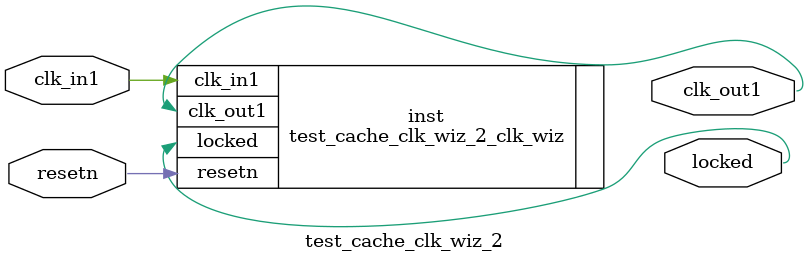
<source format=v>


`timescale 1ps/1ps

(* CORE_GENERATION_INFO = "test_cache_clk_wiz_2,clk_wiz_v6_0_3_0_0,{component_name=test_cache_clk_wiz_2,use_phase_alignment=true,use_min_o_jitter=false,use_max_i_jitter=false,use_dyn_phase_shift=false,use_inclk_switchover=false,use_dyn_reconfig=false,enable_axi=0,feedback_source=FDBK_AUTO,PRIMITIVE=MMCM,num_out_clk=1,clkin1_period=10.000,clkin2_period=10.000,use_power_down=false,use_reset=true,use_locked=true,use_inclk_stopped=false,feedback_type=SINGLE,CLOCK_MGR_TYPE=NA,manual_override=false}" *)

module test_cache_clk_wiz_2 
 (
  // Clock out ports
  output        clk_out1,
  // Status and control signals
  input         resetn,
  output        locked,
 // Clock in ports
  input         clk_in1
 );

  test_cache_clk_wiz_2_clk_wiz inst
  (
  // Clock out ports  
  .clk_out1(clk_out1),
  // Status and control signals               
  .resetn(resetn), 
  .locked(locked),
 // Clock in ports
  .clk_in1(clk_in1)
  );

endmodule

</source>
